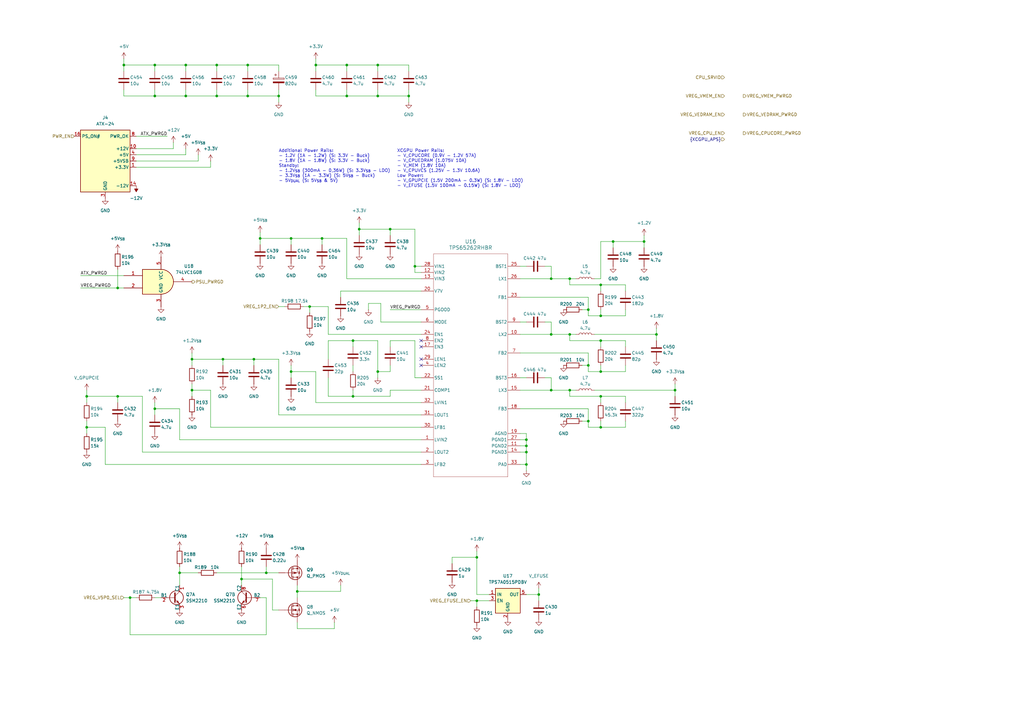
<source format=kicad_sch>
(kicad_sch (version 20250114) (generator "eeschema") (generator_version "9.0")
  (paper "A3")
  (text "Additional Power Rails:\n- 1.2V (1A - 1.2W) (S: 3.3V - Buck)\n- 1.8V (1A - 1.8W) (S: 3.3V - Buck)\nStandby:\n- 1.2V_{SB} (300mA - 0,36W) (S: 3.3V_{SB} - LDO)\n- 3.3V_{SB} (1A - 3.3W) (S: 5V_{SB} - Buck)\n- 5V_{DUAL} (S: 5V_{SB} & 5V)\n\n" (at 114.3 69.088 0) (effects (font (size 1.27 1.27)) (justify left)))
  (text "XCGPU Power Rails:\n- V_CPUCORE (0.9V - 1.2V 57A)\n- V_CPUEDRAM (1.075V 10A)\n- V_MEM (1.8V 10A)\n- V_CPUVCS (1.25V - 1.3V 10.6A)\nLow Power:\n- V_GPUPCIE (1.5V 200mA - 0.3W) (S: 1.8V - LDO)\n- V_EFUSE (1.5V 100mA - 0.15W) (S: 1.8V - LDO)" (at 162.814 69.088 0) (effects (font (size 1.27 1.27)) (justify left)))
  (junction (at 142.24 26.67))
  (junction (at 246.38 152.4))
  (junction (at 246.38 175.26))
  (junction (at 119.38 152.4))
  (junction (at 167.64 39.37))
  (junction (at 76.2 26.67))
  (junction (at 241.3 172.72))
  (junction (at 63.5 39.37))
  (junction (at 251.46 99.06))
  (junction (at 101.6 39.37))
  (junction (at 246.38 162.56))
  (junction (at 104.14 147.32))
  (junction (at 91.44 147.32))
  (junction (at 170.18 109.22))
  (junction (at 160.02 93.98))
  (junction (at 88.9 39.37))
  (junction (at 269.24 137.16))
  (junction (at 233.68 114.3))
  (junction (at 109.22 234.95))
  (junction (at 142.24 39.37))
  (junction (at 276.86 160.02))
  (junction (at 78.74 160.02))
  (junction (at 99.06 237.49))
  (junction (at 114.3 39.37))
  (junction (at 50.8 26.67))
  (junction (at 233.68 137.16))
  (junction (at 78.74 147.32))
  (junction (at 246.38 139.7))
  (junction (at 127 125.73))
  (junction (at 233.68 160.02))
  (junction (at 226.06 114.3))
  (junction (at 226.06 137.16))
  (junction (at 119.38 97.79))
  (junction (at 241.3 127))
  (junction (at 129.54 26.67))
  (junction (at 48.26 162.56))
  (junction (at 215.9 190.5))
  (junction (at 147.32 93.98))
  (junction (at 154.94 39.37))
  (junction (at 220.98 243.84))
  (junction (at 154.94 26.67))
  (junction (at 246.38 116.84))
  (junction (at 101.6 26.67))
  (junction (at 121.92 242.57))
  (junction (at 48.26 118.11))
  (junction (at 264.16 99.06))
  (junction (at 63.5 167.64))
  (junction (at 88.9 26.67))
  (junction (at 35.56 175.26))
  (junction (at 215.9 180.34))
  (junction (at 73.66 234.95))
  (junction (at 241.3 149.86))
  (junction (at 76.2 39.37))
  (junction (at 154.94 152.4))
  (junction (at 35.56 162.56))
  (junction (at 53.34 245.11))
  (junction (at 195.58 228.6))
  (junction (at 144.78 162.56))
  (junction (at 144.78 139.7))
  (junction (at 63.5 26.67))
  (junction (at 215.9 185.42))
  (junction (at 132.08 97.79))
  (junction (at 106.68 97.79))
  (junction (at 246.38 129.54))
  (junction (at 226.06 160.02))
  (junction (at 215.9 182.88))
  (junction (at 195.58 246.38))
  (no_connect (at 172.72 149.86))
  (no_connect (at 172.72 139.7))
  (no_connect (at 172.72 147.32))
  (no_connect (at 172.72 142.24))
  (wire (pts (xy 48.26 165.1) (xy 48.26 162.56)))
  (wire (pts (xy 215.9 193.04) (xy 215.9 190.5)))
  (wire (pts (xy 151.13 127) (xy 151.13 124.46)))
  (wire (pts (xy 137.16 257.81) (xy 121.92 257.81)))
  (wire (pts (xy 142.24 114.3) (xy 142.24 97.79)))
  (wire (pts (xy 109.22 234.95) (xy 114.3 234.95)))
  (wire (pts (xy 58.42 185.42) (xy 172.72 185.42)))
  (wire (pts (xy 213.36 180.34) (xy 215.9 180.34)))
  (wire (pts (xy 215.9 190.5) (xy 215.9 185.42)))
  (wire (pts (xy 144.78 160.02) (xy 144.78 162.56)))
  (wire (pts (xy 101.6 26.67) (xy 101.6 29.21)))
  (wire (pts (xy 124.46 125.73) (xy 127 125.73)))
  (wire (pts (xy 88.9 234.95) (xy 109.22 234.95)))
  (wire (pts (xy 213.36 160.02) (xy 226.06 160.02)))
  (wire (pts (xy 134.62 137.16) (xy 172.72 137.16)))
  (wire (pts (xy 53.34 245.11) (xy 55.88 245.11)))
  (wire (pts (xy 264.16 96.52) (xy 264.16 99.06)))
  (wire (pts (xy 121.92 242.57) (xy 121.92 245.11)))
  (wire (pts (xy 246.38 129.54) (xy 246.38 127)))
  (wire (pts (xy 269.24 134.62) (xy 269.24 137.16)))
  (wire (pts (xy 241.3 175.26) (xy 241.3 172.72)))
  (wire (pts (xy 43.18 175.26) (xy 35.56 175.26)))
  (wire (pts (xy 86.36 160.02) (xy 78.74 160.02)))
  (wire (pts (xy 226.06 137.16) (xy 233.68 137.16)))
  (wire (pts (xy 99.06 232.41) (xy 99.06 237.49)))
  (wire (pts (xy 139.7 119.38) (xy 172.72 119.38)))
  (wire (pts (xy 88.9 26.67) (xy 101.6 26.67)))
  (wire (pts (xy 156.21 132.08) (xy 172.72 132.08)))
  (wire (pts (xy 114.3 147.32) (xy 114.3 170.18)))
  (wire (pts (xy 78.74 147.32) (xy 91.44 147.32)))
  (wire (pts (xy 55.88 63.5) (xy 76.2 63.5)))
  (wire (pts (xy 121.92 242.57) (xy 139.7 242.57)))
  (wire (pts (xy 167.64 39.37) (xy 154.94 39.37)))
  (wire (pts (xy 134.62 139.7) (xy 144.78 139.7)))
  (wire (pts (xy 144.78 162.56) (xy 160.02 162.56)))
  (wire (pts (xy 48.26 162.56) (xy 58.42 162.56)))
  (wire (pts (xy 134.62 125.73) (xy 134.62 137.16)))
  (wire (pts (xy 170.18 109.22) (xy 170.18 111.76)))
  (wire (pts (xy 172.72 111.76) (xy 170.18 111.76)))
  (wire (pts (xy 76.2 39.37) (xy 76.2 36.83)))
  (wire (pts (xy 185.42 231.14) (xy 185.42 228.6)))
  (wire (pts (xy 200.66 246.38) (xy 195.58 246.38)))
  (wire (pts (xy 53.34 245.11) (xy 53.34 260.35)))
  (wire (pts (xy 119.38 97.79) (xy 119.38 100.33)))
  (wire (pts (xy 127 125.73) (xy 127 128.27)))
  (wire (pts (xy 101.6 26.67) (xy 114.3 26.67)))
  (wire (pts (xy 55.88 66.04) (xy 81.28 66.04)))
  (wire (pts (xy 236.22 114.3) (xy 233.68 114.3)))
  (wire (pts (xy 71.12 60.96) (xy 55.88 60.96)))
  (wire (pts (xy 246.38 119.38) (xy 246.38 116.84)))
  (wire (pts (xy 147.32 93.98) (xy 147.32 91.44)))
  (wire (pts (xy 76.2 60.96) (xy 76.2 63.5)))
  (wire (pts (xy 35.56 175.26) (xy 35.56 177.8)))
  (wire (pts (xy 144.78 139.7) (xy 144.78 142.24)))
  (wire (pts (xy 88.9 39.37) (xy 76.2 39.37)))
  (wire (pts (xy 246.38 139.7) (xy 256.54 139.7)))
  (wire (pts (xy 226.06 132.08) (xy 223.52 132.08)))
  (wire (pts (xy 154.94 39.37) (xy 154.94 36.83)))
  (wire (pts (xy 246.38 152.4) (xy 241.3 152.4)))
  (wire (pts (xy 269.24 137.16) (xy 243.84 137.16)))
  (wire (pts (xy 213.36 154.94) (xy 215.9 154.94)))
  (wire (pts (xy 213.36 167.64) (xy 241.3 167.64)))
  (wire (pts (xy 137.16 255.27) (xy 137.16 257.81)))
  (wire (pts (xy 63.5 165.1) (xy 63.5 167.64)))
  (wire (pts (xy 276.86 157.48) (xy 276.86 160.02)))
  (wire (pts (xy 63.5 245.11) (xy 66.04 245.11)))
  (wire (pts (xy 147.32 93.98) (xy 160.02 93.98)))
  (wire (pts (xy 236.22 160.02) (xy 233.68 160.02)))
  (wire (pts (xy 241.3 149.86) (xy 241.3 144.78)))
  (wire (pts (xy 104.14 147.32) (xy 104.14 149.86)))
  (wire (pts (xy 139.7 240.03) (xy 139.7 242.57)))
  (wire (pts (xy 91.44 147.32) (xy 104.14 147.32)))
  (wire (pts (xy 256.54 162.56) (xy 256.54 165.1)))
  (wire (pts (xy 256.54 129.54) (xy 246.38 129.54)))
  (wire (pts (xy 167.64 26.67) (xy 167.64 29.21)))
  (wire (pts (xy 63.5 39.37) (xy 50.8 39.37)))
  (wire (pts (xy 160.02 160.02) (xy 172.72 160.02)))
  (wire (pts (xy 241.3 152.4) (xy 241.3 149.86)))
  (wire (pts (xy 154.94 154.94) (xy 154.94 152.4)))
  (wire (pts (xy 215.9 177.8) (xy 213.36 177.8)))
  (wire (pts (xy 147.32 93.98) (xy 147.32 96.52)))
  (wire (pts (xy 160.02 149.86) (xy 160.02 152.4)))
  (wire (pts (xy 236.22 137.16) (xy 233.68 137.16)))
  (wire (pts (xy 119.38 152.4) (xy 119.38 154.94)))
  (wire (pts (xy 119.38 149.86) (xy 119.38 152.4)))
  (wire (pts (xy 33.02 118.11) (xy 48.26 118.11)))
  (wire (pts (xy 63.5 26.67) (xy 63.5 29.21)))
  (wire (pts (xy 114.3 41.91) (xy 114.3 39.37)))
  (wire (pts (xy 243.84 160.02) (xy 276.86 160.02)))
  (wire (pts (xy 63.5 39.37) (xy 63.5 36.83)))
  (wire (pts (xy 86.36 66.04) (xy 86.36 68.58)))
  (wire (pts (xy 78.74 157.48) (xy 78.74 160.02)))
  (wire (pts (xy 48.26 110.49) (xy 48.26 118.11)))
  (wire (pts (xy 246.38 114.3) (xy 246.38 99.06)))
  (wire (pts (xy 154.94 39.37) (xy 142.24 39.37)))
  (wire (pts (xy 160.02 139.7) (xy 160.02 142.24)))
  (wire (pts (xy 142.24 39.37) (xy 142.24 36.83)))
  (wire (pts (xy 78.74 149.86) (xy 78.74 147.32)))
  (wire (pts (xy 101.6 39.37) (xy 114.3 39.37)))
  (wire (pts (xy 264.16 99.06) (xy 264.16 101.6)))
  (wire (pts (xy 76.2 26.67) (xy 88.9 26.67)))
  (wire (pts (xy 111.76 237.49) (xy 111.76 250.19)))
  (wire (pts (xy 238.76 127) (xy 241.3 127)))
  (wire (pts (xy 246.38 129.54) (xy 241.3 129.54)))
  (wire (pts (xy 129.54 29.21) (xy 129.54 26.67)))
  (wire (pts (xy 233.68 160.02) (xy 233.68 162.56)))
  (wire (pts (xy 246.38 142.24) (xy 246.38 139.7)))
  (wire (pts (xy 81.28 63.5) (xy 81.28 66.04)))
  (wire (pts (xy 226.06 114.3) (xy 233.68 114.3)))
  (wire (pts (xy 88.9 26.67) (xy 88.9 29.21)))
  (wire (pts (xy 73.66 167.64) (xy 73.66 180.34)))
  (wire (pts (xy 256.54 127) (xy 256.54 129.54)))
  (wire (pts (xy 170.18 93.98) (xy 170.18 109.22)))
  (wire (pts (xy 86.36 175.26) (xy 86.36 160.02)))
  (wire (pts (xy 156.21 132.08) (xy 156.21 124.46)))
  (wire (pts (xy 170.18 154.94) (xy 170.18 139.7)))
  (wire (pts (xy 256.54 172.72) (xy 256.54 175.26)))
  (wire (pts (xy 73.66 232.41) (xy 73.66 234.95)))
  (wire (pts (xy 195.58 228.6) (xy 195.58 226.06)))
  (wire (pts (xy 241.3 127) (xy 241.3 121.92)))
  (wire (pts (xy 114.3 26.67) (xy 114.3 29.21)))
  (wire (pts (xy 213.36 185.42) (xy 215.9 185.42)))
  (wire (pts (xy 233.68 137.16) (xy 233.68 139.7)))
  (wire (pts (xy 50.8 26.67) (xy 63.5 26.67)))
  (wire (pts (xy 106.68 97.79) (xy 106.68 100.33)))
  (wire (pts (xy 114.3 170.18) (xy 172.72 170.18)))
  (wire (pts (xy 109.22 260.35) (xy 53.34 260.35)))
  (wire (pts (xy 76.2 26.67) (xy 76.2 29.21)))
  (wire (pts (xy 246.38 116.84) (xy 256.54 116.84)))
  (wire (pts (xy 142.24 26.67) (xy 142.24 29.21)))
  (wire (pts (xy 106.68 97.79) (xy 119.38 97.79)))
  (wire (pts (xy 50.8 245.11) (xy 53.34 245.11)))
  (wire (pts (xy 246.38 165.1) (xy 246.38 162.56)))
  (wire (pts (xy 121.92 257.81) (xy 121.92 255.27)))
  (wire (pts (xy 241.3 172.72) (xy 241.3 167.64)))
  (wire (pts (xy 50.8 39.37) (xy 50.8 36.83)))
  (wire (pts (xy 99.06 237.49) (xy 111.76 237.49)))
  (wire (pts (xy 63.5 26.67) (xy 76.2 26.67)))
  (wire (pts (xy 104.14 147.32) (xy 114.3 147.32)))
  (wire (pts (xy 213.36 137.16) (xy 226.06 137.16)))
  (wire (pts (xy 246.38 175.26) (xy 246.38 172.72)))
  (wire (pts (xy 109.22 232.41) (xy 109.22 234.95)))
  (wire (pts (xy 78.74 144.78) (xy 78.74 147.32)))
  (wire (pts (xy 43.18 190.5) (xy 43.18 175.26)))
  (wire (pts (xy 35.56 172.72) (xy 35.56 175.26)))
  (wire (pts (xy 71.12 58.42) (xy 71.12 60.96)))
  (wire (pts (xy 160.02 127) (xy 172.72 127)))
  (wire (pts (xy 73.66 234.95) (xy 73.66 240.03)))
  (wire (pts (xy 101.6 36.83) (xy 101.6 39.37)))
  (wire (pts (xy 269.24 139.7) (xy 269.24 137.16)))
  (wire (pts (xy 73.66 180.34) (xy 172.72 180.34)))
  (wire (pts (xy 129.54 165.1) (xy 172.72 165.1)))
  (wire (pts (xy 185.42 228.6) (xy 195.58 228.6)))
  (wire (pts (xy 213.36 144.78) (xy 241.3 144.78)))
  (wire (pts (xy 132.08 97.79) (xy 142.24 97.79)))
  (wire (pts (xy 144.78 149.86) (xy 144.78 152.4)))
  (wire (pts (xy 167.64 39.37) (xy 167.64 41.91)))
  (wire (pts (xy 226.06 132.08) (xy 226.06 137.16)))
  (wire (pts (xy 226.06 109.22) (xy 226.06 114.3)))
  (wire (pts (xy 154.94 26.67) (xy 167.64 26.67)))
  (wire (pts (xy 63.5 167.64) (xy 73.66 167.64)))
  (wire (pts (xy 35.56 162.56) (xy 48.26 162.56)))
  (wire (pts (xy 213.36 121.92) (xy 241.3 121.92)))
  (wire (pts (xy 220.98 246.38) (xy 220.98 243.84)))
  (wire (pts (xy 154.94 26.67) (xy 154.94 29.21)))
  (wire (pts (xy 256.54 149.86) (xy 256.54 152.4)))
  (wire (pts (xy 142.24 39.37) (xy 129.54 39.37)))
  (wire (pts (xy 241.3 129.54) (xy 241.3 127)))
  (wire (pts (xy 73.66 234.95) (xy 81.28 234.95)))
  (wire (pts (xy 58.42 162.56) (xy 58.42 185.42)))
  (wire (pts (xy 246.38 175.26) (xy 241.3 175.26)))
  (wire (pts (xy 256.54 175.26) (xy 246.38 175.26)))
  (wire (pts (xy 167.64 39.37) (xy 167.64 36.83)))
  (wire (pts (xy 213.36 190.5) (xy 215.9 190.5)))
  (wire (pts (xy 256.54 116.84) (xy 256.54 119.38)))
  (wire (pts (xy 134.62 162.56) (xy 144.78 162.56)))
  (wire (pts (xy 213.36 109.22) (xy 215.9 109.22)))
  (wire (pts (xy 226.06 154.94) (xy 226.06 160.02)))
  (wire (pts (xy 220.98 241.3) (xy 220.98 243.84)))
  (wire (pts (xy 106.68 97.79) (xy 106.68 95.25)))
  (wire (pts (xy 160.02 162.56) (xy 160.02 160.02)))
  (wire (pts (xy 246.38 99.06) (xy 251.46 99.06)))
  (wire (pts (xy 43.18 190.5) (xy 172.72 190.5)))
  (wire (pts (xy 86.36 175.26) (xy 172.72 175.26)))
  (wire (pts (xy 132.08 97.79) (xy 132.08 100.33)))
  (wire (pts (xy 256.54 152.4) (xy 246.38 152.4)))
  (wire (pts (xy 33.02 113.03) (xy 50.8 113.03)))
  (wire (pts (xy 127 125.73) (xy 134.62 125.73)))
  (wire (pts (xy 226.06 154.94) (xy 223.52 154.94)))
  (wire (pts (xy 215.9 182.88) (xy 215.9 180.34)))
  (wire (pts (xy 251.46 99.06) (xy 264.16 99.06)))
  (wire (pts (xy 215.9 180.34) (xy 215.9 177.8)))
  (wire (pts (xy 48.26 118.11) (xy 50.8 118.11)))
  (wire (pts (xy 114.3 125.73) (xy 116.84 125.73)))
  (wire (pts (xy 88.9 39.37) (xy 101.6 39.37)))
  (wire (pts (xy 91.44 149.86) (xy 91.44 147.32)))
  (wire (pts (xy 160.02 93.98) (xy 170.18 93.98)))
  (wire (pts (xy 154.94 139.7) (xy 154.94 152.4)))
  (wire (pts (xy 129.54 152.4) (xy 129.54 165.1)))
  (wire (pts (xy 195.58 246.38) (xy 195.58 248.92)))
  (wire (pts (xy 246.38 116.84) (xy 233.68 116.84)))
  (wire (pts (xy 134.62 154.94) (xy 134.62 162.56)))
  (wire (pts (xy 109.22 245.11) (xy 109.22 260.35)))
  (wire (pts (xy 78.74 160.02) (xy 78.74 162.56)))
  (wire (pts (xy 251.46 99.06) (xy 251.46 101.6)))
  (wire (pts (xy 114.3 39.37) (xy 114.3 36.83)))
  (wire (pts (xy 139.7 119.38) (xy 139.7 121.92)))
  (wire (pts (xy 256.54 139.7) (xy 256.54 142.24)))
  (wire (pts (xy 160.02 93.98) (xy 160.02 96.52)))
  (wire (pts (xy 55.88 68.58) (xy 86.36 68.58)))
  (wire (pts (xy 50.8 29.21) (xy 50.8 26.67)))
  (wire (pts (xy 129.54 24.13) (xy 129.54 26.67)))
  (wire (pts (xy 55.88 55.88) (xy 68.58 55.88)))
  (wire (pts (xy 119.38 97.79) (xy 132.08 97.79)))
  (wire (pts (xy 160.02 152.4) (xy 154.94 152.4)))
  (wire (pts (xy 195.58 228.6) (xy 195.58 243.84)))
  (wire (pts (xy 193.04 246.38) (xy 195.58 246.38)))
  (wire (pts (xy 63.5 167.64) (xy 63.5 170.18)))
  (wire (pts (xy 233.68 114.3) (xy 233.68 116.84)))
  (wire (pts (xy 213.36 182.88) (xy 215.9 182.88)))
  (wire (pts (xy 111.76 250.19) (xy 114.3 250.19)))
  (wire (pts (xy 213.36 114.3) (xy 226.06 114.3)))
  (wire (pts (xy 129.54 26.67) (xy 142.24 26.67)))
  (wire (pts (xy 213.36 132.08) (xy 215.9 132.08)))
  (wire (pts (xy 246.38 139.7) (xy 233.68 139.7)))
  (wire (pts (xy 243.84 114.3) (xy 246.38 114.3)))
  (wire (pts (xy 215.9 243.84) (xy 220.98 243.84)))
  (wire (pts (xy 35.56 160.02) (xy 35.56 162.56)))
  (wire (pts (xy 119.38 152.4) (xy 129.54 152.4)))
  (wire (pts (xy 160.02 139.7) (xy 170.18 139.7)))
  (wire (pts (xy 172.72 154.94) (xy 170.18 154.94)))
  (wire (pts (xy 134.62 147.32) (xy 134.62 139.7)))
  (wire (pts (xy 246.38 152.4) (xy 246.38 149.86)))
  (wire (pts (xy 246.38 162.56) (xy 233.68 162.56)))
  (wire (pts (xy 142.24 26.67) (xy 154.94 26.67)))
  (wire (pts (xy 215.9 185.42) (xy 215.9 182.88)))
  (wire (pts (xy 238.76 149.86) (xy 241.3 149.86)))
  (wire (pts (xy 76.2 39.37) (xy 63.5 39.37)))
  (wire (pts (xy 99.06 237.49) (xy 99.06 240.03)))
  (wire (pts (xy 276.86 162.56) (xy 276.86 160.02)))
  (wire (pts (xy 50.8 24.13) (xy 50.8 26.67)))
  (wire (pts (xy 129.54 39.37) (xy 129.54 36.83)))
  (wire (pts (xy 121.92 240.03) (xy 121.92 242.57)))
  (wire (pts (xy 172.72 109.22) (xy 170.18 109.22)))
  (wire (pts (xy 200.66 243.84) (xy 195.58 243.84)))
  (wire (pts (xy 106.68 245.11) (xy 109.22 245.11)))
  (wire (pts (xy 226.06 160.02) (xy 233.68 160.02)))
  (wire (pts (xy 144.78 139.7) (xy 154.94 139.7)))
  (wire (pts (xy 88.9 39.37) (xy 88.9 36.83)))
  (wire (pts (xy 238.76 172.72) (xy 241.3 172.72)))
  (wire (pts (xy 172.72 114.3) (xy 142.24 114.3)))
  (wire (pts (xy 246.38 162.56) (xy 256.54 162.56)))
  (wire (pts (xy 226.06 109.22) (xy 223.52 109.22)))
  (wire (pts (xy 35.56 165.1) (xy 35.56 162.56)))
  (wire (pts (xy 156.21 124.46) (xy 151.13 124.46)))
  (label "VREG_PWRGD" (at 160.02 127 0))
  (label "ATX_PWRGD" (at 68.58 55.88 180))
  (label "ATX_PWRGD" (at 33.02 113.03 0))
  (label "VREG_PWRGD" (at 33.02 118.11 0))
  (hierarchical_label "{XCGPU_APS}" (shape input) (at 297.18 57.15 180))
  (hierarchical_label "VREG_EFUSE_EN" (shape input) (at 193.04 246.38 180))
  (hierarchical_label "PWR_EN" (shape input) (at 30.48 55.88 180))
  (hierarchical_label "CPU_SRVID" (shape input) (at 297.18 31.75 180))
  (hierarchical_label "VREG_VMEM_EN" (shape input) (at 297.18 39.37 180))
  (hierarchical_label "VREG_V5P0_SEL" (shape input) (at 50.8 245.11 180))
  (hierarchical_label "VREG_VMEM_PWRGD" (shape output) (at 304.8 39.37 0))
  (hierarchical_label "VREG_CPU_EN" (shape input) (at 297.18 54.61 180))
  (hierarchical_label "VREG_VEDRAM_PWRGD" (shape output) (at 304.8 46.99 0))
  (hierarchical_label "VREG_VEDRAM_EN" (shape input) (at 297.18 46.99 180))
  (hierarchical_label "VREG_CPUCORE_PWRGD" (shape output) (at 304.8 54.61 0))
  (hierarchical_label "PSU_PWRGD" (shape output) (at 78.74 115.57 0))
  (hierarchical_label "VREG_1P2_EN" (shape input) (at 114.3 125.73 180))
  (symbol (lib_id "Device:R") (at 99.06 228.6 0) (unit 1)
    (property "Reference" "R190" (at 100.584 227.33 0) (effects (justify left)))
    (property "Value" "10k" (at 100.584 229.87 0) (effects (justify left)))
    (property "Description" "Resistor" (effects (hide yes)))
  )
  (symbol (lib_id "power:VDD") (at 63.5 165.1 0) (unit 1)
    (property "Reference" "#PWR0427" (effects (hide yes)))
    (property "Value" "+1.8V" (at 63.5 160.02 0))
    (property "Description" "Power symbol creates a global label with name \"VDD\"" (effects (hide yes)))
  )
  (symbol (lib_id "power:+5V") (at 50.8 24.13 0) (unit 1)
    (property "Reference" "#PWR0460" (effects (hide yes)))
    (property "Value" "+5V" (at 50.8 19.05 0))
    (property "Description" "Power symbol creates a global label with name \"+5V\"" (effects (hide yes)))
  )
  (symbol (lib_id "Device:R") (at 59.69 245.11 90) (unit 1)
    (property "Reference" "R187" (at 56.896 242.824 90))
    (property "Value" "4.75k" (at 62.738 242.824 90))
    (property "Description" "Resistor" (effects (hide yes)))
  )
  (symbol (lib_id "power:+5V") (at 76.2 60.96 0) (unit 1)
    (property "Reference" "#PWR0263" (effects (hide yes)))
    (property "Value" "+5V" (at 76.2 55.88 0))
    (property "Description" "Power symbol creates a global label with name \"+5V\"" (effects (hide yes)))
  )
  (symbol (lib_id "Device:C") (at 106.68 104.14 0) (unit 1)
    (property "Reference" "C439" (at 109.22 102.87 0) (effects (justify left)))
    (property "Value" "10u" (at 109.22 105.41 0) (effects (justify left)))
    (property "Description" "Unpolarized capacitor" (effects (hide yes)))
  )
  (symbol (lib_id "Device:C") (at 50.8 33.02 0) (unit 1)
    (property "Reference" "C454" (at 53.34 31.75 0) (effects (justify left)))
    (property "Value" "10u" (at 53.34 34.29 0) (effects (justify left)))
    (property "Description" "Unpolarized capacitor" (effects (hide yes)))
  )
  (symbol (lib_id "power:GND") (at 220.98 254 0) (unit 1)
    (property "Reference" "#PWR0422" (effects (hide yes)))
    (property "Value" "GND" (at 220.98 259.08 0))
    (property "Description" "Power symbol creates a global label with name \"GND\" , ground" (effects (hide yes)))
  )
  (symbol (lib_id "power:VDD") (at 195.58 226.06 0) (unit 1)
    (property "Reference" "#PWR0418" (effects (hide yes)))
    (property "Value" "+1.8V" (at 195.58 220.98 0))
    (property "Description" "Power symbol creates a global label with name \"VDD\"" (effects (hide yes)))
  )
  (symbol (lib_id "power:GND") (at 160.02 104.14 0) (unit 1)
    (property "Reference" "#PWR0442" (effects (hide yes)))
    (property "Value" "GND" (at 160.02 109.22 0))
    (property "Description" "Power symbol creates a global label with name \"GND\" , ground" (effects (hide yes)))
  )
  (symbol (lib_id "Device:C") (at 160.02 100.33 0) (unit 1)
    (property "Reference" "C438" (at 162.56 99.06 0) (effects (justify left)))
    (property "Value" "4.7u" (at 162.56 101.6 0) (effects (justify left)))
    (property "Description" "Unpolarized capacitor" (effects (hide yes)))
  )
  (symbol (lib_id "power:GND") (at 78.74 170.18 0) (unit 1)
    (property "Reference" "#PWR0426" (effects (hide yes)))
    (property "Value" "GND" (at 78.74 175.26 0))
    (property "Description" "Power symbol creates a global label with name \"GND\" , ground" (effects (hide yes)))
  )
  (symbol (lib_id "power:GND") (at 264.16 109.22 0) (unit 1)
    (property "Reference" "#PWR0456" (effects (hide yes)))
    (property "Value" "GND" (at 264.16 114.3 0))
    (property "Description" "Power symbol creates a global label with name \"GND\" , ground" (effects (hide yes)))
  )
  (symbol (lib_id "Device:C") (at 134.62 151.13 0) (unit 1)
    (property "Reference" "C453" (at 137.16 149.86 0) (effects (justify left)))
    (property "Value" "22p" (at 137.16 152.4 0) (effects (justify left)))
    (property "Description" "Unpolarized capacitor" (effects (hide yes)))
  )
  (symbol (lib_id "Device:C") (at 167.64 33.02 0) (unit 1)
    (property "Reference" "C463" (at 170.18 31.75 0) (effects (justify left)))
    (property "Value" "4.7u" (at 170.18 34.29 0) (effects (justify left)))
    (property "Description" "Unpolarized capacitor" (effects (hide yes)))
  )
  (symbol (lib_id "Connector:ATX-24") (at 43.18 66.04 0) (unit 1)
    (property "Reference" "J4" (at 43.18 48.26 0))
    (property "Value" "ATX-24" (at 43.18 50.8 0))
    (property "Datasheet" "https://www.intel.com/content/dam/www/public/us/en/documents/guides/power-supply-design-guide-june.pdf#page=33" (effects (hide yes)))
    (property "Description" "ATX Power supply 24pins" (effects (hide yes)))
  )
  (symbol (lib_id "power:GND") (at 195.58 256.54 0) (unit 1)
    (property "Reference" "#PWR0420" (effects (hide yes)))
    (property "Value" "GND" (at 195.58 261.62 0))
    (property "Description" "Power symbol creates a global label with name \"GND\" , ground" (effects (hide yes)))
  )
  (symbol (lib_id "power:VDD") (at 264.16 96.52 0) (mirror y) (unit 1)
    (property "Reference" "#PWR0454" (effects (hide yes)))
    (property "Value" "+1.2V" (at 264.16 91.44 0))
    (property "Description" "Power symbol creates a global label with name \"VDD\"" (effects (hide yes)))
  )
  (symbol (lib_id "power:VDD") (at 220.98 241.3 0) (unit 1)
    (property "Reference" "#PWR0423" (effects (hide yes)))
    (property "Value" "V_EFUSE" (at 220.98 236.22 0))
    (property "Description" "Power symbol creates a global label with name \"VDD\"" (effects (hide yes)))
  )
  (symbol (lib_id "Device:R") (at 127 132.08 0) (unit 1)
    (property "Reference" "R197" (at 128.524 130.81 0) (effects (justify left)))
    (property "Value" "10k" (at 128.524 133.35 0) (effects (justify left)))
    (property "Description" "Resistor" (effects (hide yes)))
  )
  (symbol (lib_id "power:+5V") (at 109.22 224.79 0) (unit 1)
    (property "Reference" "#PWR0417" (effects (hide yes)))
    (property "Value" "+5V_{SB}" (at 109.22 219.71 0))
    (property "Description" "Power symbol creates a global label with name \"+5V\"" (effects (hide yes)))
  )
  (symbol (lib_id "Device:C") (at 63.5 173.99 0) (unit 1)
    (property "Reference" "C434" (at 66.04 172.72 0) (effects (justify left)))
    (property "Value" "4.7u" (at 66.04 175.26 0) (effects (justify left)))
    (property "Description" "Unpolarized capacitor" (effects (hide yes)))
  )
  (symbol (lib_id "power:VDD") (at 35.56 160.02 0) (unit 1)
    (property "Reference" "#PWR0432" (effects (hide yes)))
    (property "Value" "V_GPUPCIE" (at 35.56 154.94 0))
    (property "Description" "Power symbol creates a global label with name \"VDD\"" (effects (hide yes)))
  )
  (symbol (lib_id "power:VDD") (at 269.24 134.62 0) (unit 1)
    (property "Reference" "#PWR0452" (effects (hide yes)))
    (property "Value" "+1.8V" (at 269.24 129.54 0))
    (property "Description" "Power symbol creates a global label with name \"VDD\"" (effects (hide yes)))
  )
  (symbol (lib_id "Transistor_BJT:SSM2210") (at 101.6 245.11 0) (mirror y) (unit 2)
    (property "Reference" "Q7" (at 96.52 243.8399 0) (effects (justify left)))
    (property "Value" "SSM2210" (at 96.52 246.3799 0) (effects (justify left)))
    (property "Datasheet" "https://www.analog.com/media/en/technical-documentation/obsolete-data-sheets/SSM2210.pdf" (effects (hide yes)))
    (property "Description" "Audio Dual Matched NPN transistor, DIP-8/SOIC-8" (effects (hide yes)))
  )
  (symbol (lib_id "Device:L") (at 240.03 114.3 90) (unit 1)
    (property "Reference" "L5" (at 240.03 109.22 90))
    (property "Value" "4.7u" (at 240.03 111.76 90))
    (property "Description" "Inductor" (effects (hide yes)))
  )
  (symbol (lib_id "Device:R") (at 85.09 234.95 90) (unit 1)
    (property "Reference" "R189" (at 82.296 232.664 90))
    (property "Value" "10k" (at 88.138 232.664 90))
    (property "Description" "Resistor" (effects (hide yes)))
  )
  (symbol (lib_id "Device:C") (at 256.54 123.19 0) (unit 1)
    (property "Reference" "C443" (at 259.08 121.92 0) (effects (justify left)))
    (property "Value" "182p" (at 259.08 124.46 0) (effects (justify left)))
    (property "Description" "Unpolarized capacitor" (effects (hide yes)))
  )
  (symbol (lib_id "Device:R") (at 234.95 149.86 90) (unit 1)
    (property "Reference" "R201" (at 232.156 147.574 90))
    (property "Value" "10k" (at 237.998 147.574 90))
    (property "Description" "Resistor" (effects (hide yes)))
  )
  (symbol (lib_id "Device:C") (at 63.5 33.02 0) (unit 1)
    (property "Reference" "C455" (at 66.04 31.75 0) (effects (justify left)))
    (property "Value" "10u" (at 66.04 34.29 0) (effects (justify left)))
    (property "Description" "Unpolarized capacitor" (effects (hide yes)))
  )
  (symbol (lib_id "Device:L") (at 240.03 137.16 90) (unit 1)
    (property "Reference" "L6" (at 240.03 132.08 90))
    (property "Value" "4.7u" (at 240.03 134.62 90))
    (property "Description" "Inductor" (effects (hide yes)))
  )
  (symbol (lib_id "Device:R") (at 246.38 146.05 0) (unit 1)
    (property "Reference" "R202" (at 247.904 144.78 0) (effects (justify left)))
    (property "Value" "20k" (at 247.904 147.32 0) (effects (justify left)))
    (property "Description" "Resistor" (effects (hide yes)))
  )
  (symbol (lib_id "power:GND") (at 99.06 250.19 0) (unit 1)
    (property "Reference" "#PWR0414" (effects (hide yes)))
    (property "Value" "GND" (at 99.06 255.27 0))
    (property "Description" "Power symbol creates a global label with name \"GND\" , ground" (effects (hide yes)))
  )
  (symbol (lib_id "Device:C") (at 154.94 33.02 0) (unit 1)
    (property "Reference" "C462" (at 157.48 31.75 0) (effects (justify left)))
    (property "Value" "4.7u" (at 157.48 34.29 0) (effects (justify left)))
    (property "Description" "Unpolarized capacitor" (effects (hide yes)))
  )
  (symbol (lib_id "power:GND") (at 48.26 172.72 0) (unit 1)
    (property "Reference" "#PWR0431" (effects (hide yes)))
    (property "Value" "GND" (at 48.26 177.8 0))
    (property "Description" "Power symbol creates a global label with name \"GND\" , ground" (effects (hide yes)))
  )
  (symbol (lib_id "Device:C") (at 142.24 33.02 0) (unit 1)
    (property "Reference" "C461" (at 144.78 31.75 0) (effects (justify left)))
    (property "Value" "4.7u" (at 144.78 34.29 0) (effects (justify left)))
    (property "Description" "Unpolarized capacitor" (effects (hide yes)))
  )
  (symbol (lib_id "Device:C") (at 129.54 33.02 0) (unit 1)
    (property "Reference" "C460" (at 132.08 31.75 0) (effects (justify left)))
    (property "Value" "4.7u" (at 132.08 34.29 0) (effects (justify left)))
    (property "Description" "Unpolarized capacitor" (effects (hide yes)))
  )
  (symbol (lib_id "Device:C") (at 144.78 146.05 0) (unit 1)
    (property "Reference" "C452" (at 147.32 144.78 0) (effects (justify left)))
    (property "Value" "3.3n" (at 147.32 147.32 0) (effects (justify left)))
    (property "Description" "Unpolarized capacitor" (effects (hide yes)))
  )
  (symbol (lib_id "power:GND") (at 154.94 154.94 0) (unit 1)
    (property "Reference" "#PWR0459" (effects (hide yes)))
    (property "Value" "GND" (at 154.94 160.02 0))
    (property "Description" "Power symbol creates a global label with name \"GND\" , ground" (effects (hide yes)))
  )
  (symbol (lib_id "power:+5V") (at 73.66 224.79 0) (unit 1)
    (property "Reference" "#PWR0415" (effects (hide yes)))
    (property "Value" "+5V_{SB}" (at 73.66 219.71 0))
    (property "Description" "Power symbol creates a global label with name \"+5V\"" (effects (hide yes)))
  )
  (symbol (lib_id "power:GND") (at 231.14 149.86 0) (unit 1)
    (property "Reference" "#PWR0450" (effects (hide yes)))
    (property "Value" "GND" (at 231.14 154.94 0))
    (property "Description" "Power symbol creates a global label with name \"GND\" , ground" (effects (hide yes)))
  )
  (symbol (lib_id "Device:C") (at 48.26 168.91 0) (unit 1)
    (property "Reference" "C432" (at 50.8 167.64 0) (effects (justify left)))
    (property "Value" "4.7u" (at 50.8 170.18 0) (effects (justify left)))
    (property "Description" "Unpolarized capacitor" (effects (hide yes)))
  )
  (symbol (lib_id "Device:C") (at 251.46 105.41 0) (unit 1)
    (property "Reference" "C448" (at 254 104.14 0) (effects (justify left)))
    (property "Value" "10u" (at 254 106.68 0) (effects (justify left)))
    (property "Description" "Unpolarized capacitor" (effects (hide yes)))
  )
  (symbol (lib_id "power:GND") (at 276.86 170.18 0) (unit 1)
    (property "Reference" "#PWR0458" (effects (hide yes)))
    (property "Value" "GND" (at 276.86 175.26 0))
    (property "Description" "Power symbol creates a global label with name \"GND\" , ground" (effects (hide yes)))
  )
  (symbol (lib_id "Device:C") (at 219.71 109.22 90) (unit 1)
    (property "Reference" "C442" (at 217.17 105.918 90))
    (property "Value" "47u" (at 222.25 105.918 90))
    (property "Description" "Unpolarized capacitor" (effects (hide yes)))
  )
  (symbol (lib_id "Device:R") (at 48.26 106.68 0) (unit 1)
    (property "Reference" "R196" (at 49.784 105.41 0) (effects (justify left)))
    (property "Value" "10k" (at 49.784 107.95 0) (effects (justify left)))
    (property "Description" "Resistor" (effects (hide yes)))
  )
  (symbol (lib_id "power:GND") (at 185.42 238.76 0) (unit 1)
    (property "Reference" "#PWR0421" (effects (hide yes)))
    (property "Value" "GND" (at 185.42 243.84 0))
    (property "Description" "Power symbol creates a global label with name \"GND\" , ground" (effects (hide yes)))
  )
  (symbol (lib_id "74xGxx:74LVC1G08") (at 66.04 115.57 0) (unit 1)
    (property "Reference" "U18" (at 77.47 109.1498 0))
    (property "Value" "74LVC1G08" (at 77.47 111.6898 0))
    (property "Datasheet" "https://www.ti.com/lit/ds/symlink/sn74lvc1g08.pdf" (effects (hide yes)))
    (property "Description" "Single AND Gate, Low-Voltage CMOS" (effects (hide yes)))
  )
  (symbol (lib_id "power:GND") (at 119.38 107.95 0) (unit 1)
    (property "Reference" "#PWR0445" (effects (hide yes)))
    (property "Value" "GND" (at 119.38 113.03 0))
    (property "Description" "Power symbol creates a global label with name \"GND\" , ground" (effects (hide yes)))
  )
  (symbol (lib_id "power:GND") (at 114.3 41.91 0) (unit 1)
    (property "Reference" "#PWR0446" (effects (hide yes)))
    (property "Value" "GND" (at 114.3 46.99 0))
    (property "Description" "Power symbol creates a global label with name \"GND\" , ground" (effects (hide yes)))
  )
  (symbol (lib_id "power:+5V") (at 106.68 95.25 0) (unit 1)
    (property "Reference" "#PWR0443" (effects (hide yes)))
    (property "Value" "+5V_{SB}" (at 106.68 90.17 0))
    (property "Description" "Power symbol creates a global label with name \"+5V\"" (effects (hide yes)))
  )
  (symbol (lib_id "Device:Q_PMOS") (at 119.38 234.95 0) (mirror x) (unit 1)
    (property "Reference" "Q9" (at 125.73 233.68 0) (effects (justify left)))
    (property "Value" "Q_PMOS" (at 125.73 236.22 0) (effects (justify left)))
    (property "Description" "P-MOSFET transistor" (effects (hide yes)))
  )
  (symbol (lib_id "power:GND") (at 269.24 147.32 0) (unit 1)
    (property "Reference" "#PWR0457" (effects (hide yes)))
    (property "Value" "GND" (at 269.24 152.4 0))
    (property "Description" "Power symbol creates a global label with name \"GND\" , ground" (effects (hide yes)))
  )
  (symbol (lib_id "Device:C") (at 269.24 143.51 0) (unit 1)
    (property "Reference" "C450" (at 271.78 142.24 0) (effects (justify left)))
    (property "Value" "4.7u" (at 271.78 144.78 0) (effects (justify left)))
    (property "Description" "Unpolarized capacitor" (effects (hide yes)))
  )
  (symbol (lib_id "Device:Q_NMOS") (at 119.38 250.19 0) (unit 1)
    (property "Reference" "Q8" (at 125.73 248.9199 0) (effects (justify left)))
    (property "Value" "Q_NMOS" (at 125.73 251.4599 0) (effects (justify left)))
    (property "Description" "N-MOSFET transistor" (effects (hide yes)))
  )
  (symbol (lib_id "Device:C") (at 256.54 146.05 0) (unit 1)
    (property "Reference" "C445" (at 259.08 144.78 0) (effects (justify left)))
    (property "Value" "82p" (at 259.08 147.32 0) (effects (justify left)))
    (property "Description" "Unpolarized capacitor" (effects (hide yes)))
  )
  (symbol (lib_id "Device:C") (at 119.38 104.14 0) (unit 1)
    (property "Reference" "C440" (at 121.92 102.87 0) (effects (justify left)))
    (property "Value" "10u" (at 121.92 105.41 0) (effects (justify left)))
    (property "Description" "Unpolarized capacitor" (effects (hide yes)))
  )
  (symbol (lib_id "power:+12V") (at 99.06 224.79 0) (unit 1)
    (property "Reference" "#PWR0416" (effects (hide yes)))
    (property "Value" "+12V" (at 99.06 219.71 0))
    (property "Description" "Power symbol creates a global label with name \"+12V\"" (effects (hide yes)))
  )
  (symbol (lib_id "power:GND") (at 106.68 107.95 0) (unit 1)
    (property "Reference" "#PWR0444" (effects (hide yes)))
    (property "Value" "GND" (at 106.68 113.03 0))
    (property "Description" "Power symbol creates a global label with name \"GND\" , ground" (effects (hide yes)))
  )
  (symbol (lib_id "Device:C_Polarized") (at 114.3 33.02 0) (unit 1)
    (property "Reference" "C459" (at 116.84 31.75 0) (effects (justify left)))
    (property "Value" "820u" (at 116.84 34.29 0) (effects (justify left)))
    (property "Description" "Polarized capacitor" (effects (hide yes)))
  )
  (symbol (lib_id "Device:C") (at 256.54 168.91 0) (unit 1)
    (property "Reference" "C447" (at 259.08 167.64 0) (effects (justify left)))
    (property "Value" "322p" (at 259.08 170.18 0) (effects (justify left)))
    (property "Description" "Unpolarized capacitor" (effects (hide yes)))
  )
  (symbol (lib_id "Device:R") (at 120.65 125.73 90) (unit 1)
    (property "Reference" "R198" (at 117.856 123.444 90))
    (property "Value" "17.5k" (at 123.698 123.444 90))
    (property "Description" "Resistor" (effects (hide yes)))
  )
  (symbol (lib_id "Device:C") (at 219.71 132.08 90) (unit 1)
    (property "Reference" "C444" (at 217.17 128.778 90))
    (property "Value" "47u" (at 222.25 128.778 90))
    (property "Description" "Unpolarized capacitor" (effects (hide yes)))
  )
  (symbol (lib_id "power:+5V") (at 48.26 102.87 0) (unit 1)
    (property "Reference" "#PWR0437" (effects (hide yes)))
    (property "Value" "+5V_{SB}" (at 48.26 97.79 0))
    (property "Description" "Power symbol creates a global label with name \"+5V\"" (effects (hide yes)))
  )
  (symbol (lib_id "power:GND") (at 66.04 125.73 0) (unit 1)
    (property "Reference" "#PWR0439" (effects (hide yes)))
    (property "Value" "GND" (at 66.04 130.81 0))
    (property "Description" "Power symbol creates a global label with name \"GND\" , ground" (effects (hide yes)))
  )
  (symbol (lib_id "Device:R") (at 35.56 181.61 0) (unit 1)
    (property "Reference" "R195" (at 37.084 180.34 0) (effects (justify left)))
    (property "Value" "15k" (at 37.084 182.88 0) (effects (justify left)))
    (property "Description" "Resistor" (effects (hide yes)))
  )
  (symbol (lib_id "power:GND") (at 91.44 157.48 0) (unit 1)
    (property "Reference" "#PWR0428" (effects (hide yes)))
    (property "Value" "GND" (at 91.44 162.56 0))
    (property "Description" "Power symbol creates a global label with name \"GND\" , ground" (effects (hide yes)))
  )
  (symbol (lib_id "power:+5V") (at 81.28 63.5 0) (unit 1)
    (property "Reference" "#PWR0264" (effects (hide yes)))
    (property "Value" "+5V_{SB}" (at 81.28 58.42 0))
    (property "Description" "Power symbol creates a global label with name \"+5V\"" (effects (hide yes)))
  )
  (symbol (lib_id "power:+12V") (at 71.12 58.42 0) (unit 1)
    (property "Reference" "#PWR0262" (effects (hide yes)))
    (property "Value" "+12V" (at 71.12 53.34 0))
    (property "Description" "Power symbol creates a global label with name \"+12V\"" (effects (hide yes)))
  )
  (symbol (lib_id "power:VDD") (at 78.74 144.78 0) (unit 1)
    (property "Reference" "#PWR0425" (effects (hide yes)))
    (property "Value" "+1.2V_{SB}" (at 78.74 139.7 0))
    (property "Description" "Power symbol creates a global label with name \"VDD\"" (effects (hide yes)))
  )
  (symbol (lib_id "power:GND") (at 127 135.89 0) (unit 1)
    (property "Reference" "#PWR0448" (effects (hide yes)))
    (property "Value" "GND" (at 127 140.97 0))
    (property "Description" "Power symbol creates a global label with name \"GND\" , ground" (effects (hide yes)))
  )
  (symbol (lib_id "Device:C") (at 91.44 153.67 0) (unit 1)
    (property "Reference" "C431" (at 93.98 152.4 0) (effects (justify left)))
    (property "Value" "10u" (at 93.98 154.94 0) (effects (justify left)))
    (property "Description" "Unpolarized capacitor" (effects (hide yes)))
  )
  (symbol (lib_id "power:+5V") (at 139.7 240.03 0) (unit 1)
    (property "Reference" "#PWR0410" (effects (hide yes)))
    (property "Value" "+5V_{DUAL}" (at 139.7 234.95 0))
    (property "Description" "Power symbol creates a global label with name \"+5V\"" (effects (hide yes)))
  )
  (symbol (lib_id "power:GND") (at 208.28 254 0) (unit 1)
    (property "Reference" "#PWR0419" (effects (hide yes)))
    (property "Value" "GND" (at 208.28 259.08 0))
    (property "Description" "Power symbol creates a global label with name \"GND\" , ground" (effects (hide yes)))
  )
  (symbol (lib_id "Device:R") (at 35.56 168.91 0) (unit 1)
    (property "Reference" "R194" (at 37.084 167.64 0) (effects (justify left)))
    (property "Value" "10k" (at 37.084 170.18 0) (effects (justify left)))
    (property "Description" "Resistor" (effects (hide yes)))
  )
  (symbol (lib_id "power:+3.3V") (at 129.54 24.13 0) (unit 1)
    (property "Reference" "#PWR0461" (effects (hide yes)))
    (property "Value" "+3.3V" (at 129.54 19.05 0))
    (property "Description" "Power symbol creates a global label with name \"+3.3V\"" (effects (hide yes)))
  )
  (symbol (lib_id "Device:R") (at 246.38 123.19 0) (unit 1)
    (property "Reference" "R199" (at 247.904 121.92 0) (effects (justify left)))
    (property "Value" "20k" (at 247.904 124.46 0) (effects (justify left)))
    (property "Description" "Resistor" (effects (hide yes)))
  )
  (symbol (lib_id "Device:C") (at 132.08 104.14 0) (unit 1)
    (property "Reference" "C464" (at 134.62 102.87 0) (effects (justify left)))
    (property "Value" "10u" (at 134.62 105.41 0) (effects (justify left)))
    (property "Description" "Unpolarized capacitor" (effects (hide yes)))
  )
  (symbol (lib_id "Device:R") (at 78.74 153.67 0) (unit 1)
    (property "Reference" "R192" (at 80.264 152.4 0) (effects (justify left)))
    (property "Value" "10k" (at 80.264 154.94 0) (effects (justify left)))
    (property "Description" "Resistor" (effects (hide yes)))
  )
  (symbol (lib_id "Device:C") (at 139.7 125.73 0) (unit 1)
    (property "Reference" "C436" (at 142.24 124.46 0) (effects (justify left)))
    (property "Value" "10u" (at 142.24 127 0) (effects (justify left)))
    (property "Description" "Unpolarized capacitor" (effects (hide yes)))
  )
  (symbol (lib_id "Device:C") (at 160.02 146.05 0) (unit 1)
    (property "Reference" "C441" (at 162.56 144.78 0) (effects (justify left)))
    (property "Value" "10u" (at 162.56 147.32 0) (effects (justify left)))
    (property "Description" "Unpolarized capacitor" (effects (hide yes)))
  )
  (symbol (lib_id "Device:R") (at 234.95 127 90) (unit 1)
    (property "Reference" "R200" (at 232.156 124.714 90))
    (property "Value" "20k" (at 237.998 124.714 90))
    (property "Description" "Resistor" (effects (hide yes)))
  )
  (symbol (lib_id "power:GND") (at 119.38 162.56 0) (unit 1)
    (property "Reference" "#PWR0429" (effects (hide yes)))
    (property "Value" "GND" (at 119.38 167.64 0))
    (property "Description" "Power symbol creates a global label with name \"GND\" , ground" (effects (hide yes)))
  )
  (symbol (lib_id "power:+3.3V") (at 119.38 149.86 0) (unit 1)
    (property "Reference" "#PWR0424" (effects (hide yes)))
    (property "Value" "+3.3V_{SB}" (at 119.38 144.78 0))
    (property "Description" "Power symbol creates a global label with name \"+3.3V\"" (effects (hide yes)))
  )
  (symbol (lib_id "Device:C") (at 185.42 234.95 0) (unit 1)
    (property "Reference" "C429" (at 187.96 233.68 0) (effects (justify left)))
    (property "Value" "1u" (at 187.96 236.22 0) (effects (justify left)))
    (property "Description" "Unpolarized capacitor" (effects (hide yes)))
  )
  (symbol (lib_id "Device:C") (at 219.71 154.94 90) (unit 1)
    (property "Reference" "C446" (at 217.17 151.638 90))
    (property "Value" "47u" (at 222.25 151.638 90))
    (property "Description" "Unpolarized capacitor" (effects (hide yes)))
  )
  (symbol (lib_id "Device:C") (at 104.14 153.67 0) (unit 1)
    (property "Reference" "C435" (at 106.68 152.4 0) (effects (justify left)))
    (property "Value" "4.7u" (at 106.68 154.94 0) (effects (justify left)))
    (property "Description" "Unpolarized capacitor" (effects (hide yes)))
  )
  (symbol (lib_id "power:GND") (at 73.66 250.19 0) (unit 1)
    (property "Reference" "#PWR0413" (effects (hide yes)))
    (property "Value" "GND" (at 73.66 255.27 0))
    (property "Description" "Power symbol creates a global label with name \"GND\" , ground" (effects (hide yes)))
  )
  (symbol (lib_id "Device:R") (at 234.95 172.72 90) (unit 1)
    (property "Reference" "R203" (at 232.156 170.434 90))
    (property "Value" "10k" (at 237.998 170.434 90))
    (property "Description" "Resistor" (effects (hide yes)))
  )
  (symbol (lib_id "power:+5V") (at 121.92 229.87 0) (unit 1)
    (property "Reference" "#PWR0412" (effects (hide yes)))
    (property "Value" "+5V_{SB}" (at 121.92 224.79 0))
    (property "Description" "Power symbol creates a global label with name \"+5V\"" (effects (hide yes)))
  )
  (symbol (lib_id "Regulator_Linear:TPS7A0515PDBV") (at 208.28 246.38 0) (unit 1)
    (property "Reference" "U17" (at 208.28 236.22 0))
    (property "Value" "TPS7A0515PDBV" (at 208.28 238.76 0))
    (property "Footprint" "Package_TO_SOT_SMD:SOT-23-5" (effects (hide yes)))
    (property "Datasheet" "https://www.ti.com/lit/ds/symlink/tps7a05.pdf" (effects (hide yes)))
    (property "Description" "200-mA Ultra-Low-Iq LDO, 1.5V, SOT-23-5" (effects (hide yes)))
  )
  (symbol (lib_id "power:+3.3V") (at 147.32 91.44 0) (unit 1)
    (property "Reference" "#PWR0440" (effects (hide yes)))
    (property "Value" "+3.3V" (at 147.32 86.36 0))
    (property "Description" "Power symbol creates a global label with name \"+3.3V\"" (effects (hide yes)))
  )
  (symbol (lib_id "power:GND") (at 104.14 157.48 0) (unit 1)
    (property "Reference" "#PWR0433" (effects (hide yes)))
    (property "Value" "GND" (at 104.14 162.56 0))
    (property "Description" "Power symbol creates a global label with name \"GND\" , ground" (effects (hide yes)))
  )
  (symbol (lib_id "Device:R") (at 73.66 228.6 0) (unit 1)
    (property "Reference" "R188" (at 75.184 227.33 0) (effects (justify left)))
    (property "Value" "10k" (at 75.184 229.87 0) (effects (justify left)))
    (property "Description" "Resistor" (effects (hide yes)))
  )
  (symbol (lib_id "Device:C") (at 101.6 33.02 0) (unit 1)
    (property "Reference" "C458" (at 104.14 31.75 0) (effects (justify left)))
    (property "Value" "10u" (at 104.14 34.29 0) (effects (justify left)))
    (property "Description" "Unpolarized capacitor" (effects (hide yes)))
  )
  (symbol (lib_id "Device:R") (at 246.38 168.91 0) (unit 1)
    (property "Reference" "R204" (at 247.904 167.64 0) (effects (justify left)))
    (property "Value" "45.3k" (at 247.904 170.18 0) (effects (justify left)))
    (property "Description" "Resistor" (effects (hide yes)))
  )
  (symbol (lib_id "Device:C") (at 119.38 158.75 0) (unit 1)
    (property "Reference" "C433" (at 121.92 157.48 0) (effects (justify left)))
    (property "Value" "10u" (at 121.92 160.02 0) (effects (justify left)))
    (property "Description" "Unpolarized capacitor" (effects (hide yes)))
  )
  (symbol (lib_id "Device:R") (at 144.78 156.21 0) (unit 1)
    (property "Reference" "R205" (at 146.304 154.94 0) (effects (justify left)))
    (property "Value" "20k" (at 146.304 157.48 0) (effects (justify left)))
    (property "Description" "Resistor" (effects (hide yes)))
  )
  (symbol (lib_id "power:GND") (at 139.7 129.54 0) (unit 1)
    (property "Reference" "#PWR0435" (effects (hide yes)))
    (property "Value" "GND" (at 139.7 134.62 0))
    (property "Description" "Power symbol creates a global label with name \"GND\" , ground" (effects (hide yes)))
  )
  (symbol (lib_id "power:GND") (at 231.14 127 0) (unit 1)
    (property "Reference" "#PWR0449" (effects (hide yes)))
    (property "Value" "GND" (at 231.14 132.08 0))
    (property "Description" "Power symbol creates a global label with name \"GND\" , ground" (effects (hide yes)))
  )
  (symbol (lib_id "TPS65262:TPS65262RHBR") (at 193.04 149.86 0) (unit 1)
    (property "Reference" "U16" (at 193.04 99.06 0) (effects (font (size 1.524 1.524))))
    (property "Value" "TPS65262RHBR" (at 193.04 101.6 0) (effects (font (size 1.524 1.524))))
    (property "Footprint" "RHB0032E" (effects (hide yes)))
    (property "Datasheet" "https://www.ti.com/lit/gpn/tps65262" (effects (hide yes)))
  )
  (symbol (lib_id "Device:C") (at 220.98 250.19 0) (unit 1)
    (property "Reference" "C430" (at 223.52 248.92 0) (effects (justify left)))
    (property "Value" "1u" (at 223.52 251.46 0) (effects (justify left)))
    (property "Description" "Unpolarized capacitor" (effects (hide yes)))
  )
  (symbol (lib_id "power:+3.3V") (at 66.04 105.41 0) (unit 1)
    (property "Reference" "#PWR0438" (effects (hide yes)))
    (property "Value" "+3.3V_{SB}" (at 66.04 100.33 0))
    (property "Description" "Power symbol creates a global label with name \"+3.3V\"" (effects (hide yes)))
  )
  (symbol (lib_id "power:GND") (at 63.5 177.8 0) (unit 1)
    (property "Reference" "#PWR0434" (effects (hide yes)))
    (property "Value" "GND" (at 63.5 182.88 0))
    (property "Description" "Power symbol creates a global label with name \"GND\" , ground" (effects (hide yes)))
  )
  (symbol (lib_id "Device:R") (at 195.58 252.73 0) (unit 1)
    (property "Reference" "R191" (at 197.104 251.46 0) (effects (justify left)))
    (property "Value" "10k" (at 197.104 254 0) (effects (justify left)))
    (property "Description" "Resistor" (effects (hide yes)))
  )
  (symbol (lib_id "power:-12V") (at 55.88 76.2 0) (mirror x) (unit 1)
    (property "Reference" "#PWR0261" (effects (hide yes)))
    (property "Value" "-12V" (at 55.88 81.28 0))
    (property "Description" "Power symbol creates a global label with name \"-12V\"" (effects (hide yes)))
  )
  (symbol (lib_id "Device:C") (at 276.86 166.37 0) (unit 1)
    (property "Reference" "C451" (at 279.4 165.1 0) (effects (justify left)))
    (property "Value" "10u" (at 279.4 167.64 0) (effects (justify left)))
    (property "Description" "Unpolarized capacitor" (effects (hide yes)))
  )
  (symbol (lib_id "power:+3.3V") (at 276.86 157.48 0) (unit 1)
    (property "Reference" "#PWR0453" (effects (hide yes)))
    (property "Value" "+3.3V_{SB}" (at 276.86 152.4 0))
    (property "Description" "Power symbol creates a global label with name \"+3.3V\"" (effects (hide yes)))
  )
  (symbol (lib_id "power:GND") (at 147.32 104.14 0) (unit 1)
    (property "Reference" "#PWR0441" (effects (hide yes)))
    (property "Value" "GND" (at 147.32 109.22 0))
    (property "Description" "Power symbol creates a global label with name \"GND\" , ground" (effects (hide yes)))
  )
  (symbol (lib_id "Transistor_BJT:SSM2210") (at 71.12 245.11 0) (unit 1)
    (property "Reference" "Q7" (at 76.2 243.8399 0) (effects (justify left)))
    (property "Value" "SSM2210" (at 76.2 246.3799 0) (effects (justify left)))
    (property "Datasheet" "https://www.analog.com/media/en/technical-documentation/obsolete-data-sheets/SSM2210.pdf" (effects (hide yes)))
    (property "Description" "Audio Dual Matched NPN transistor, DIP-8/SOIC-8" (effects (hide yes)))
  )
  (symbol (lib_id "Device:C") (at 264.16 105.41 0) (unit 1)
    (property "Reference" "C449" (at 266.7 104.14 0) (effects (justify left)))
    (property "Value" "4.7u" (at 266.7 106.68 0) (effects (justify left)))
    (property "Description" "Unpolarized capacitor" (effects (hide yes)))
  )
  (symbol (lib_id "Device:C") (at 76.2 33.02 0) (unit 1)
    (property "Reference" "C456" (at 78.74 31.75 0) (effects (justify left)))
    (property "Value" "10u" (at 78.74 34.29 0) (effects (justify left)))
    (property "Description" "Unpolarized capacitor" (effects (hide yes)))
  )
  (symbol (lib_id "power:GND") (at 251.46 109.22 0) (unit 1)
    (property "Reference" "#PWR0455" (effects (hide yes)))
    (property "Value" "GND" (at 251.46 114.3 0))
    (property "Description" "Power symbol creates a global label with name \"GND\" , ground" (effects (hide yes)))
  )
  (symbol (lib_id "power:GND") (at 132.08 107.95 0) (unit 1)
    (property "Reference" "#PWR0463" (effects (hide yes)))
    (property "Value" "GND" (at 132.08 113.03 0))
    (property "Description" "Power symbol creates a global label with name \"GND\" , ground" (effects (hide yes)))
  )
  (symbol (lib_id "Device:R") (at 78.74 166.37 0) (unit 1)
    (property "Reference" "R193" (at 80.264 165.1 0) (effects (justify left)))
    (property "Value" "10k" (at 80.264 167.64 0) (effects (justify left)))
    (property "Description" "Resistor" (effects (hide yes)))
  )
  (symbol (lib_id "power:+3.3V") (at 86.36 66.04 0) (unit 1)
    (property "Reference" "#PWR0265" (effects (hide yes)))
    (property "Value" "+3.3V" (at 86.36 60.96 0))
    (property "Description" "Power symbol creates a global label with name \"+3.3V\"" (effects (hide yes)))
  )
  (symbol (lib_id "power:GND") (at 35.56 185.42 0) (unit 1)
    (property "Reference" "#PWR0430" (effects (hide yes)))
    (property "Value" "GND" (at 35.56 190.5 0))
    (property "Description" "Power symbol creates a global label with name \"GND\" , ground" (effects (hide yes)))
  )
  (symbol (lib_id "Device:C") (at 147.32 100.33 0) (unit 1)
    (property "Reference" "C437" (at 149.86 99.06 0) (effects (justify left)))
    (property "Value" "10u" (at 149.86 101.6 0) (effects (justify left)))
    (property "Description" "Unpolarized capacitor" (effects (hide yes)))
  )
  (symbol (lib_id "power:+5V") (at 137.16 255.27 0) (unit 1)
    (property "Reference" "#PWR0411" (effects (hide yes)))
    (property "Value" "+5V" (at 137.16 250.19 0))
    (property "Description" "Power symbol creates a global label with name \"+5V\"" (effects (hide yes)))
  )
  (symbol (lib_id "power:GND") (at 151.13 127 0) (unit 1)
    (property "Reference" "#PWR0447" (effects (hide yes)))
    (property "Value" "GND" (at 151.13 132.08 0))
    (property "Description" "Power symbol creates a global label with name \"GND\" , ground" (effects (hide yes)))
  )
  (symbol (lib_id "Device:C") (at 109.22 228.6 0) (unit 1)
    (property "Reference" "C428" (at 111.76 227.33 0) (effects (justify left)))
    (property "Value" "0.22u" (at 111.76 229.87 0) (effects (justify left)))
    (property "Description" "Unpolarized capacitor" (effects (hide yes)))
  )
  (symbol (lib_id "Device:L") (at 240.03 160.02 90) (unit 1)
    (property "Reference" "L7" (at 240.03 154.94 90))
    (property "Value" "4.7u" (at 240.03 157.48 90))
    (property "Description" "Inductor" (effects (hide yes)))
  )
  (symbol (lib_id "power:GND") (at 231.14 172.72 0) (unit 1)
    (property "Reference" "#PWR0451" (effects (hide yes)))
    (property "Value" "GND" (at 231.14 177.8 0))
    (property "Description" "Power symbol creates a global label with name \"GND\" , ground" (effects (hide yes)))
  )
  (symbol (lib_id "power:GND") (at 215.9 193.04 0) (unit 1)
    (property "Reference" "#PWR0436" (effects (hide yes)))
    (property "Value" "GND" (at 215.9 198.12 0))
    (property "Description" "Power symbol creates a global label with name \"GND\" , ground" (effects (hide yes)))
  )
  (symbol (lib_id "Device:C") (at 88.9 33.02 0) (unit 1)
    (property "Reference" "C457" (at 91.44 31.75 0) (effects (justify left)))
    (property "Value" "10u" (at 91.44 34.29 0) (effects (justify left)))
    (property "Description" "Unpolarized capacitor" (effects (hide yes)))
  )
  (symbol (lib_id "power:GND") (at 43.18 81.28 0) (unit 1)
    (property "Reference" "#PWR0260" (effects (hide yes)))
    (property "Value" "GND" (at 43.18 86.36 0))
    (property "Description" "Power symbol creates a global label with name \"GND\" , ground" (effects (hide yes)))
  )
  (symbol (lib_id "power:GND") (at 167.64 41.91 0) (unit 1)
    (property "Reference" "#PWR0462" (effects (hide yes)))
    (property "Value" "GND" (at 167.64 46.99 0))
    (property "Description" "Power symbol creates a global label with name \"GND\" , ground" (effects (hide yes)))
  )
)
</source>
